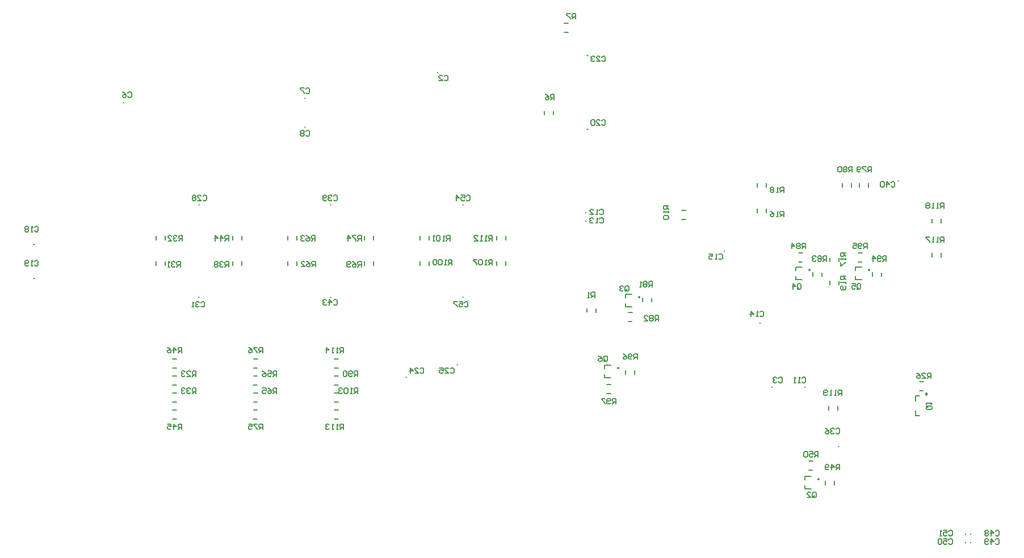
<source format=gbo>
%FSTAX25Y25*%
%MOIN*%
%SFA1B1*%

%IPPOS*%
%ADD10C,0.009840*%
%ADD11C,0.005910*%
%ADD12C,0.007870*%
%ADD13C,0.005000*%
%ADD14C,0.013780*%
%LNdigitalizador_rpi-1*%
%LPD*%
G54D10*
X0535787Y0126201D02*
X0535049Y0126627D01*
Y0125775*
X0535787Y0126201*
G54D11*
X0237913Y0216673D02*
Y0218937D01*
X0243229Y0216673D02*
Y0218839D01*
X0237913Y0201673D02*
Y0203937D01*
X0243229Y0201673D02*
Y0203838D01*
X0282913Y0201673D02*
Y0203937D01*
X0288229Y0201673D02*
Y0203838D01*
Y0216575D02*
Y0218839D01*
X0282913Y0216673D02*
Y0218839D01*
X0160413Y0201673D02*
Y0203937D01*
X0165728Y0201673D02*
Y0203838D01*
X0160414Y0216673D02*
Y0218937D01*
X0165728Y0216673D02*
Y0218839D01*
X0205414Y0201673D02*
Y0203937D01*
X0210729Y0201673D02*
Y0203838D01*
Y0216575D02*
Y0218839D01*
X0205414Y0216673D02*
Y0218839D01*
X0127913Y0201673D02*
Y0203937D01*
X0133229Y0201673D02*
Y0203838D01*
Y0216575D02*
Y0218839D01*
X0127913Y0216673D02*
Y0218839D01*
X0082914Y0201673D02*
Y0203937D01*
X0088228Y0201673D02*
Y0203838D01*
X0082914Y0216673D02*
Y0218937D01*
X0088228Y0216673D02*
Y0218839D01*
X053124Y0133228D02*
X0533504D01*
X053124Y0127913D02*
X0533405D01*
X0476161Y0072795D02*
Y0075059D01*
X0481476Y0072795D02*
Y0074961D01*
X0466299Y0086535D02*
X0468563D01*
X0466299Y0081221D02*
X0468465D01*
X0477914Y0116673D02*
Y0118839D01*
X0483228Y0116575D02*
Y0118839D01*
X0358662Y0137795D02*
Y0140059D01*
X0363977Y0137795D02*
Y0139961D01*
X0347736Y0131535D02*
X035D01*
X0347736Y0126221D02*
X0349902D01*
X0341476Y0174134D02*
Y0176398D01*
X0336161Y0174232D02*
Y0176398D01*
X0368661Y0180295D02*
Y0182559D01*
X0373976Y0180295D02*
Y0182461D01*
X0441476Y0232658D02*
Y0234921D01*
X0436161Y0232756D02*
Y0234921D01*
X0460236Y0209035D02*
X04625D01*
X0460236Y020372D02*
X0462402D01*
X0468661Y0195295D02*
Y0197559D01*
X0473977Y0195295D02*
Y0197461D01*
X0478661Y0203858D02*
Y0206122D01*
X0483977Y0203858D02*
Y0206024D01*
X0478661Y0190295D02*
Y0192559D01*
X0483977Y0190295D02*
Y0192461D01*
X0495236Y0209035D02*
X04975D01*
X0495236Y020372D02*
X0497402D01*
X0503661Y0195295D02*
Y0197559D01*
X0508977Y0195295D02*
Y0197461D01*
X0543976Y0206634D02*
Y0208898D01*
X0538661Y0206732D02*
Y0208898D01*
X0543976Y0226634D02*
Y0228898D01*
X0538661Y0226732D02*
Y0228898D01*
X0501476Y0247697D02*
Y0249961D01*
X0496162Y0247795D02*
Y0249961D01*
X0491476Y0247697D02*
Y0249961D01*
X0486162Y0247795D02*
Y0249961D01*
X0316476Y0290197D02*
Y029246D01*
X0311161Y0290295D02*
Y029246D01*
X032273Y033872D02*
X0324994D01*
X0322828Y0344035D02*
X0324994D01*
X0391673Y0234035D02*
X0393839D01*
X0391575Y022872D02*
X0393839D01*
X0436161Y0247795D02*
Y0249961D01*
X0441476Y0247697D02*
Y0249961D01*
X0360236Y016872D02*
X0362402D01*
X0360236Y0174036D02*
X03625D01*
X0187638Y0111221D02*
X0189901D01*
X0187736Y0116535D02*
X0189901D01*
X0187736Y0126535D02*
X019D01*
X0187736Y0121221D02*
X0189901D01*
X0187638Y013122D02*
X0189901D01*
X0187736Y0136535D02*
X0189901D01*
X0187736Y0146535D02*
X019D01*
X0187736Y014122D02*
X0189901D01*
X0140138Y0111221D02*
X0142402D01*
X0140236Y0116535D02*
X0142402D01*
X0140236Y0126535D02*
X01425D01*
X0140236Y0121221D02*
X0142402D01*
X0140138Y013122D02*
X0142402D01*
X0140236Y0136535D02*
X0142402D01*
X0140236Y0146535D02*
X01425D01*
X0140236Y014122D02*
X0142402D01*
X0092638Y0111221D02*
X0094902D01*
X0092736Y0116535D02*
X0094902D01*
X0092736Y0126535D02*
X0095D01*
X0092736Y0121221D02*
X0094902D01*
X0092638Y013122D02*
X0094902D01*
X0092736Y0136535D02*
X0094902D01*
X0092736Y0146535D02*
X0095D01*
X0092736Y014122D02*
X0094902D01*
X0170972Y028038D02*
X0171497Y0280905D01*
X0172546*
X0173071Y028038*
Y0278281*
X0172546Y0277756*
X0171497*
X0170972Y0278281*
X0169922Y028038D02*
X0169397Y0280905D01*
X0168348*
X0167823Y028038*
Y0279855*
X0168348Y027933*
X0167823Y0278805*
Y0278281*
X0168348Y0277756*
X0169397*
X0169922Y0278281*
Y0278805*
X0169397Y027933*
X0169922Y0279855*
Y028038*
X0169397Y027933D02*
X0168348D01*
X0170972Y030538D02*
X0171497Y0305905D01*
X0172546*
X0173071Y030538*
Y0303281*
X0172546Y0302756*
X0171497*
X0170972Y0303281*
X0169922Y0305905D02*
X0167823D01*
Y030538*
X0169922Y0303281*
Y0302756*
X0252222Y031288D02*
X0252747Y0313404D01*
X0253796*
X0254321Y031288*
Y0310781*
X0253796Y0310256*
X0252747*
X0252222Y0310781*
X0249073Y0310256D02*
X0251172D01*
X0249073Y0312355*
Y031288*
X0249598Y0313404*
X0250647*
X0251172Y031288*
X0413472Y020788D02*
X0413997Y0208404D01*
X0415046*
X0415571Y020788*
Y0205781*
X0415046Y0205256*
X0413997*
X0413472Y0205781*
X0412422Y0205256D02*
X0411373D01*
X0411898*
Y0208404*
X0412422Y020788*
X0407699Y0208404D02*
X0409798D01*
Y020683*
X0408749Y0207355*
X0408224*
X0407699Y020683*
Y0205781*
X0408224Y0205256*
X0409274*
X0409798Y0205781*
X0437572Y017418D02*
X0438097Y0174705D01*
X0439146*
X0439671Y017418*
Y0172081*
X0439146Y0171556*
X0438097*
X0437572Y0172081*
X0436522Y0171556D02*
X0435473D01*
X0435997*
Y0174705*
X0436522Y017418*
X0432324Y0171556D02*
Y0174705D01*
X0433898Y017313*
X0431799*
X0343472Y022913D02*
X0343997Y0229655D01*
X0345046*
X0345571Y022913*
Y0227031*
X0345046Y0226506*
X0343997*
X0343472Y0227031*
X0342422Y0226506D02*
X0341373D01*
X0341898*
Y0229655*
X0342422Y022913*
X0339798D02*
X0339274Y0229655D01*
X0338224*
X0337699Y022913*
Y0228605*
X0338224Y022808*
X0338749*
X0338224*
X0337699Y0227555*
Y0227031*
X0338224Y0226506*
X0339274*
X0339798Y0227031*
X0343472Y023413D02*
X0343997Y0234654D01*
X0345046*
X0345571Y023413*
Y0232031*
X0345046Y0231506*
X0343997*
X0343472Y0232031*
X0342422Y0231506D02*
X0341373D01*
X0341898*
Y0234654*
X0342422Y023413*
X0337699Y0231506D02*
X0339798D01*
X0337699Y0233605*
Y023413*
X0338224Y0234654*
X0339274*
X0339798Y023413*
X0462222Y013538D02*
X0462747Y0135905D01*
X0463796*
X0464321Y013538*
Y0133281*
X0463796Y0132756*
X0462747*
X0462222Y0133281*
X0461172Y0132756D02*
X0460123D01*
X0460647*
Y0135905*
X0461172Y013538*
X0458548Y0132756D02*
X0457499D01*
X0458024*
Y0135905*
X0458548Y013538*
X0448472D02*
X0448997Y0135905D01*
X0450046*
X0450571Y013538*
Y0133281*
X0450046Y0132756*
X0448997*
X0448472Y0133281*
X0447422Y013538D02*
X0446898Y0135905D01*
X0445848*
X0445323Y013538*
Y0134855*
X0445848Y013433*
X0446373*
X0445848*
X0445323Y0133805*
Y0133281*
X0445848Y0132756*
X0446898*
X0447422Y0133281*
X0485571Y0125256D02*
Y0128404D01*
X0483997*
X0483472Y012788*
Y012683*
X0483997Y0126305*
X0485571*
X0484521D02*
X0483472Y0125256D01*
X0482422D02*
X0481373D01*
X0481897*
Y0128404*
X0482422Y012788*
X0479798Y0125256D02*
X0478749D01*
X0479274*
Y0128404*
X0479798Y012788*
X0477175Y0125781D02*
X047665Y0125256D01*
X04756*
X0475076Y0125781*
Y012788*
X04756Y0128404*
X047665*
X0477175Y012788*
Y0127355*
X047665Y012683*
X0475076*
X0545571Y0235256D02*
Y0238404D01*
X0543997*
X0543472Y023788*
Y023683*
X0543997Y0236305*
X0545571*
X0544521D02*
X0543472Y0235256D01*
X0542422D02*
X0541373D01*
X0541897*
Y0238404*
X0542422Y023788*
X0539798Y0235256D02*
X0538749D01*
X0539274*
Y0238404*
X0539798Y023788*
X0537175D02*
X053665Y0238404D01*
X05356*
X0535076Y023788*
Y0237355*
X05356Y023683*
X0535076Y0236305*
Y0235781*
X05356Y0235256*
X053665*
X0537175Y0235781*
Y0236305*
X053665Y023683*
X0537175Y0237355*
Y023788*
X053665Y023683D02*
X05356D01*
X0545571Y0215256D02*
Y0218405D01*
X0543997*
X0543472Y021788*
Y021683*
X0543997Y0216305*
X0545571*
X0544521D02*
X0543472Y0215256D01*
X0542422D02*
X0541373D01*
X0541897*
Y0218405*
X0542422Y021788*
X0539798Y0215256D02*
X0538749D01*
X0539274*
Y0218405*
X0539798Y021788*
X0537175Y0218405D02*
X0535076D01*
Y021788*
X0537175Y0215781*
Y0215256*
X0383993Y0236678D02*
X0380844D01*
Y0235104*
X0381369Y0234579*
X0382419*
X0382943Y0235104*
Y0236678*
Y0235629D02*
X0383993Y0234579D01*
Y0233529D02*
Y023248D01*
Y0233005*
X0380844*
X0381369Y0233529*
Y0230906D02*
X0380844Y0230381D01*
Y0229331*
X0381369Y0228807*
X0383468*
X0383993Y0229331*
Y0230381*
X0383468Y0230906*
X0381369*
X0340571Y0182756D02*
Y0185905D01*
X0338997*
X0338472Y018538*
Y018433*
X0338997Y0183805*
X0340571*
X0339521D02*
X0338472Y0182756D01*
X0337422D02*
X0336373D01*
X0336897*
Y0185905*
X0337422Y018538*
X0548472Y004538D02*
X0548997Y0045904D01*
X0550046*
X0550571Y004538*
Y0043281*
X0550046Y0042756*
X0548997*
X0548472Y0043281*
X0545323Y0045904D02*
X0547422D01*
Y004433*
X0546373Y0044855*
X0545848*
X0545323Y004433*
Y0043281*
X0545848Y0042756*
X0546898*
X0547422Y0043281*
X0544274Y0042756D02*
X0543224D01*
X0543749*
Y0045904*
X0544274Y004538*
X0548472Y004038D02*
X0548997Y0040905D01*
X0550046*
X0550571Y004038*
Y0038281*
X0550046Y0037756*
X0548997*
X0548472Y0038281*
X0545323Y0040905D02*
X0547422D01*
Y003933*
X0546373Y0039855*
X0545848*
X0545323Y003933*
Y0038281*
X0545848Y0037756*
X0546898*
X0547422Y0038281*
X0544274Y004038D02*
X0543749Y0040905D01*
X0542699*
X0542175Y004038*
Y0038281*
X0542699Y0037756*
X0543749*
X0544274Y0038281*
Y004038*
X0575972D02*
X0576497Y0040905D01*
X0577546*
X0578071Y004038*
Y0038281*
X0577546Y0037756*
X0576497*
X0575972Y0038281*
X0573348Y0037756D02*
Y0040905D01*
X0574922Y003933*
X0572823*
X0571774Y0038281D02*
X0571249Y0037756D01*
X0570199*
X0569675Y0038281*
Y004038*
X0570199Y0040905*
X0571249*
X0571774Y004038*
Y0039855*
X0571249Y003933*
X0569675*
X0575972Y004538D02*
X0576497Y0045904D01*
X0577546*
X0578071Y004538*
Y0043281*
X0577546Y0042756*
X0576497*
X0575972Y0043281*
X0573348Y0042756D02*
Y0045904D01*
X0574922Y004433*
X0572823*
X0571774Y004538D02*
X0571249Y0045904D01*
X0570199*
X0569675Y004538*
Y0044855*
X0570199Y004433*
X0569675Y0043805*
Y0043281*
X0570199Y0042756*
X0571249*
X0571774Y0043281*
Y0043805*
X0571249Y004433*
X0571774Y0044855*
Y004538*
X0571249Y004433D02*
X0570199D01*
X0353071Y0120256D02*
Y0123405D01*
X0351497*
X0350972Y012288*
Y012183*
X0351497Y0121305*
X0353071*
X0352021D02*
X0350972Y0120256D01*
X0349922Y0120781D02*
X0349397Y0120256D01*
X0348348*
X0347823Y0120781*
Y012288*
X0348348Y0123405*
X0349397*
X0349922Y012288*
Y0122355*
X0349397Y012183*
X0347823*
X0346774Y0123405D02*
X0344675D01*
Y012288*
X0346774Y0120781*
Y0120256*
X0365571Y0146506D02*
Y0149654D01*
X0363997*
X0363472Y014913*
Y014808*
X0363997Y0147555*
X0365571*
X0364521D02*
X0363472Y0146506D01*
X0362422Y0147031D02*
X0361897Y0146506D01*
X0360848*
X0360323Y0147031*
Y014913*
X0360848Y0149654*
X0361897*
X0362422Y014913*
Y0148605*
X0361897Y014808*
X0360323*
X0357175Y0149654D02*
X0358224Y014913D01*
X0359274Y014808*
Y0147031*
X0358749Y0146506*
X0357699*
X0357175Y0147031*
Y0147555*
X0357699Y014808*
X0359274*
X0500571Y0211506D02*
Y0214654D01*
X0498997*
X0498472Y021413*
Y021308*
X0498997Y0212555*
X0500571*
X0499521D02*
X0498472Y0211506D01*
X0497422Y0212031D02*
X0496898Y0211506D01*
X0495848*
X0495323Y0212031*
Y021413*
X0495848Y0214654*
X0496898*
X0497422Y021413*
Y0213605*
X0496898Y021308*
X0495323*
X0492175Y0214654D02*
X0494274D01*
Y021308*
X0493224Y0213605*
X0492699*
X0492175Y021308*
Y0212031*
X0492699Y0211506*
X0493749*
X0494274Y0212031*
X0511821Y0204006D02*
Y0207154D01*
X0510247*
X0509722Y020663*
Y020558*
X0510247Y0205055*
X0511821*
X0510771D02*
X0509722Y0204006D01*
X0508672Y0204531D02*
X0508147Y0204006D01*
X0507098*
X0506573Y0204531*
Y020663*
X0507098Y0207154*
X0508147*
X0508672Y020663*
Y0206105*
X0508147Y020558*
X0506573*
X0503949Y0204006D02*
Y0207154D01*
X0505524Y020558*
X0503425*
X0464321Y0211506D02*
Y0214654D01*
X0462747*
X0462222Y021413*
Y021308*
X0462747Y0212555*
X0464321*
X0463271D02*
X0462222Y0211506D01*
X0461172Y021413D02*
X0460647Y0214654D01*
X0459598*
X0459073Y021413*
Y0213605*
X0459598Y021308*
X0459073Y0212555*
Y0212031*
X0459598Y0211506*
X0460647*
X0461172Y0212031*
Y0212555*
X0460647Y021308*
X0461172Y0213605*
Y021413*
X0460647Y021308D02*
X0459598D01*
X0456449Y0211506D02*
Y0214654D01*
X0458024Y021308*
X0455925*
X0476821Y0204006D02*
Y0207154D01*
X0475247*
X0474722Y020663*
Y020558*
X0475247Y0205055*
X0476821*
X0475771D02*
X0474722Y0204006D01*
X0473672Y020663D02*
X0473147Y0207154D01*
X0472098*
X0471573Y020663*
Y0206105*
X0472098Y020558*
X0471573Y0205055*
Y0204531*
X0472098Y0204006*
X0473147*
X0473672Y0204531*
Y0205055*
X0473147Y020558*
X0473672Y0206105*
Y020663*
X0473147Y020558D02*
X0472098D01*
X0470524Y020663D02*
X0469999Y0207154D01*
X0468949*
X0468425Y020663*
Y0206105*
X0468949Y020558*
X0469474*
X0468949*
X0468425Y0205055*
Y0204531*
X0468949Y0204006*
X0469999*
X0470524Y0204531*
X0378071Y0169006D02*
Y0172154D01*
X0376497*
X0375972Y017163*
Y017058*
X0376497Y0170055*
X0378071*
X0377021D02*
X0375972Y0169006D01*
X0374922Y017163D02*
X0374397Y0172154D01*
X0373348*
X0372823Y017163*
Y0171105*
X0373348Y017058*
X0372823Y0170055*
Y0169531*
X0373348Y0169006*
X0374397*
X0374922Y0169531*
Y0170055*
X0374397Y017058*
X0374922Y0171105*
Y017163*
X0374397Y017058D02*
X0373348D01*
X0369675Y0169006D02*
X0371774D01*
X0369675Y0171105*
Y017163*
X0370199Y0172154*
X0371249*
X0371774Y017163*
X0374321Y0189006D02*
Y0192155D01*
X0372747*
X0372222Y019163*
Y019058*
X0372747Y0190055*
X0374321*
X0373271D02*
X0372222Y0189006D01*
X0371172Y019163D02*
X0370648Y0192155D01*
X0369598*
X0369073Y019163*
Y0191105*
X0369598Y019058*
X0369073Y0190055*
Y0189531*
X0369598Y0189006*
X0370648*
X0371172Y0189531*
Y0190055*
X0370648Y019058*
X0371172Y0191105*
Y019163*
X0370648Y019058D02*
X0369598D01*
X0368024Y0189006D02*
X0366974D01*
X0367499*
Y0192155*
X0368024Y019163*
X0538071Y0135256D02*
Y0138405D01*
X0536497*
X0535972Y013788*
Y013683*
X0536497Y0136305*
X0538071*
X0537021D02*
X0535972Y0135256D01*
X0532823D02*
X0534922D01*
X0532823Y0137355*
Y013788*
X0533348Y0138405*
X0534398*
X0534922Y013788*
X0529675Y0138405D02*
X0530724Y013788D01*
X0531774Y013683*
Y0135781*
X0531249Y0135256*
X0530199*
X0529675Y0135781*
Y0136305*
X0530199Y013683*
X0531774*
X0488071Y0195256D02*
X0484922D01*
Y0193682*
X0485447Y0193157*
X0486497*
X0487021Y0193682*
Y0195256*
Y0194206D02*
X0488071Y0193157D01*
Y0192107D02*
Y0191058D01*
Y0191583*
X0484922*
X0485447Y0192107*
X0487546Y0189483D02*
X0488071Y0188959D01*
Y0187909*
X0487546Y0187384*
X0485447*
X0484922Y0187909*
Y0188959*
X0485447Y0189483*
X0485972*
X0486497Y0188959*
Y0187384*
X0451575Y0244488D02*
Y0247637D01*
X045*
X0449476Y0247112*
Y0246062*
X045Y0245538*
X0451575*
X0450525D02*
X0449476Y0244488D01*
X0448426D02*
X0447377D01*
X0447901*
Y0247637*
X0448426Y0247112*
X0445802D02*
X0445278Y0247637D01*
X0444228*
X0443703Y0247112*
Y0246587*
X0444228Y0246062*
X0443703Y0245538*
Y0245013*
X0444228Y0244488*
X0445278*
X0445802Y0245013*
Y0245538*
X0445278Y0246062*
X0445802Y0246587*
Y0247112*
X0445278Y0246062D02*
X0444228D01*
X0488071Y0209035D02*
X0484922D01*
Y0207461*
X0485447Y0206937*
X0486497*
X0487021Y0207461*
Y0209035*
Y0207986D02*
X0488071Y0206937D01*
Y0205887D02*
Y0204837D01*
Y0205362*
X0484922*
X0485447Y0205887*
X0484922Y0203263D02*
Y0201164D01*
X0485447*
X0487546Y0203263*
X0488071*
X0451575Y0230315D02*
Y0233464D01*
X045*
X0449476Y0232939*
Y0231889*
X045Y0231364*
X0451575*
X0450525D02*
X0449476Y0230315D01*
X0448426D02*
X0447377D01*
X0447901*
Y0233464*
X0448426Y0232939*
X0443703Y0233464D02*
X0444753Y0232939D01*
X0445802Y0231889*
Y023084*
X0445278Y0230315*
X0444228*
X0443703Y023084*
Y0231364*
X0444228Y0231889*
X0445802*
X0345972Y0145781D02*
Y014788D01*
X0346497Y0148405*
X0347546*
X0348071Y014788*
Y0145781*
X0347546Y0145256*
X0346497*
X0347021Y0146305D02*
X0345972Y0145256D01*
X0346497D02*
X0345972Y0145781D01*
X0342823Y0148405D02*
X0343873Y014788D01*
X0344922Y014683*
Y0145781*
X0344397Y0145256*
X0343348*
X0342823Y0145781*
Y0146305*
X0343348Y014683*
X0344922*
X0494722Y0188281D02*
Y019038D01*
X0495247Y0190904*
X0496296*
X0496821Y019038*
Y0188281*
X0496296Y0187756*
X0495247*
X0495771Y0188805D02*
X0494722Y0187756D01*
X0495247D02*
X0494722Y0188281D01*
X0491573Y0190904D02*
X0493672D01*
Y018933*
X0492623Y0189855*
X0492098*
X0491573Y018933*
Y0188281*
X0492098Y0187756*
X0493148*
X0493672Y0188281*
X0459722D02*
Y019038D01*
X0460247Y0190904*
X0461296*
X0461821Y019038*
Y0188281*
X0461296Y0187756*
X0460247*
X0460771Y0188805D02*
X0459722Y0187756D01*
X0460247D02*
X0459722Y0188281D01*
X0457098Y0187756D02*
Y0190904D01*
X0458672Y018933*
X0456573*
X0358472Y0187031D02*
Y018913D01*
X0358997Y0189655*
X0360046*
X0360571Y018913*
Y0187031*
X0360046Y0186506*
X0358997*
X0359521Y0187555D02*
X0358472Y0186506D01*
X0358997D02*
X0358472Y0187031D01*
X0357422Y018913D02*
X0356897Y0189655D01*
X0355848*
X0355323Y018913*
Y0188605*
X0355848Y018808*
X0356373*
X0355848*
X0355323Y0187555*
Y0187031*
X0355848Y0186506*
X0356897*
X0357422Y0187031*
X0535899Y0119041D02*
X0537998D01*
X0538522Y0118516*
Y0117467*
X0537998Y0116942*
X0535899*
X0535374Y0117467*
Y0118516*
X0536423Y0117991D02*
X0535374Y0119041D01*
Y0118516D02*
X0535899Y0119041D01*
X0535374Y012009D02*
Y012114D01*
Y0120615*
X0538522*
X0537998Y012009*
X0471821Y0089006D02*
Y0092155D01*
X0470247*
X0469722Y009163*
Y009058*
X0470247Y0090055*
X0471821*
X0470771D02*
X0469722Y0089006D01*
X0466573Y0092155D02*
X0468672D01*
Y009058*
X0467623Y0091105*
X0467098*
X0466573Y009058*
Y0089531*
X0467098Y0089006*
X0468148*
X0468672Y0089531*
X0465524Y009163D02*
X0464999Y0092155D01*
X0463949*
X0463425Y009163*
Y0089531*
X0463949Y0089006*
X0464999*
X0465524Y0089531*
Y009163*
X0484321Y0081506D02*
Y0084654D01*
X0482747*
X0482222Y008413*
Y008308*
X0482747Y0082555*
X0484321*
X0483271D02*
X0482222Y0081506D01*
X0479598D02*
Y0084654D01*
X0481172Y008308*
X0479073*
X0478024Y0082031D02*
X0477499Y0081506D01*
X0476449*
X0475925Y0082031*
Y008413*
X0476449Y0084654*
X0477499*
X0478024Y008413*
Y0083605*
X0477499Y008308*
X0475925*
X0468472Y0065781D02*
Y006788D01*
X0468997Y0068405*
X0470046*
X0470571Y006788*
Y0065781*
X0470046Y0065256*
X0468997*
X0469521Y0066305D02*
X0468472Y0065256D01*
X0468997D02*
X0468472Y0065781D01*
X0465323Y0065256D02*
X0467422D01*
X0465323Y0067355*
Y006788*
X0465848Y0068405*
X0466897*
X0467422Y006788*
X0482222Y010538D02*
X0482747Y0105904D01*
X0483796*
X0484321Y010538*
Y0103281*
X0483796Y0102756*
X0482747*
X0482222Y0103281*
X0481172Y010538D02*
X0480648Y0105904D01*
X0479598*
X0479073Y010538*
Y0104855*
X0479598Y010433*
X0480123*
X0479598*
X0479073Y0103805*
Y0103281*
X0479598Y0102756*
X0480648*
X0481172Y0103281*
X0475925Y0105904D02*
X0476974Y010538D01*
X0478024Y010433*
Y0103281*
X0477499Y0102756*
X0476449*
X0475925Y0103281*
Y0103805*
X0476449Y010433*
X0478024*
X0491821Y0256506D02*
Y0259654D01*
X0490247*
X0489722Y025913*
Y025808*
X0490247Y0257555*
X0491821*
X0490771D02*
X0489722Y0256506D01*
X0488672Y025913D02*
X0488147Y0259654D01*
X0487098*
X0486573Y025913*
Y0258605*
X0487098Y025808*
X0486573Y0257555*
Y0257031*
X0487098Y0256506*
X0488147*
X0488672Y0257031*
Y0257555*
X0488147Y025808*
X0488672Y0258605*
Y025913*
X0488147Y025808D02*
X0487098D01*
X0485524Y025913D02*
X0484999Y0259654D01*
X0483949*
X0483425Y025913*
Y0257031*
X0483949Y0256506*
X0484999*
X0485524Y0257031*
Y025913*
X0503071Y0256506D02*
Y0259654D01*
X0501497*
X0500972Y025913*
Y025808*
X0501497Y0257555*
X0503071*
X0502021D02*
X0500972Y0256506D01*
X0499922Y0259654D02*
X0497823D01*
Y025913*
X0499922Y0257031*
Y0256506*
X0496774Y0257031D02*
X0496249Y0256506D01*
X0495199*
X0494675Y0257031*
Y025913*
X0495199Y0259654*
X0496249*
X0496774Y025913*
Y0258605*
X0496249Y025808*
X0494675*
X0514722Y025038D02*
X0515247Y0250904D01*
X0516296*
X0516821Y025038*
Y0248281*
X0516296Y0247756*
X0515247*
X0514722Y0248281*
X0512098Y0247756D02*
Y0250904D01*
X0513672Y024933*
X0511573*
X0510524Y025038D02*
X0509999Y0250904D01*
X0508949*
X0508425Y025038*
Y0248281*
X0508949Y0247756*
X0509999*
X0510524Y0248281*
Y025038*
X006642Y0303002D02*
X0066945Y0303526D01*
X0067994*
X0068519Y0303002*
Y0300903*
X0067994Y0300378*
X0066945*
X006642Y0300903*
X0063271Y0303526D02*
X0064321Y0303002D01*
X006537Y0301952*
Y0300903*
X0064846Y0300378*
X0063796*
X0063271Y0300903*
Y0301428*
X0063796Y0301952*
X006537*
X0106319Y0126378D02*
Y0129526D01*
X0104745*
X010422Y0129002*
Y0127952*
X0104745Y0127427*
X0106319*
X0105269D02*
X010422Y0126378D01*
X010317Y0129002D02*
X0102646Y0129526D01*
X0101596*
X0101071Y0129002*
Y0128477*
X0101596Y0127952*
X0102121*
X0101596*
X0101071Y0127427*
Y0126903*
X0101596Y0126378*
X0102646*
X010317Y0126903*
X0100022Y0129002D02*
X0099497Y0129526D01*
X0098447*
X0097923Y0129002*
Y0128477*
X0098447Y0127952*
X0098972*
X0098447*
X0097923Y0127427*
Y0126903*
X0098447Y0126378*
X0099497*
X0100022Y0126903*
X0106319Y0136378D02*
Y0139526D01*
X0104745*
X010422Y0139002*
Y0137952*
X0104745Y0137427*
X0106319*
X0105269D02*
X010422Y0136378D01*
X0101071D02*
X010317D01*
X0101071Y0138477*
Y0139002*
X0101596Y0139526*
X0102646*
X010317Y0139002*
X0100022D02*
X0099497Y0139526D01*
X0098447*
X0097923Y0139002*
Y0138477*
X0098447Y0137952*
X0098972*
X0098447*
X0097923Y0137427*
Y0136903*
X0098447Y0136378*
X0099497*
X0100022Y0136903*
X0193071Y0150256D02*
Y0153404D01*
X0191497*
X0190972Y015288*
Y015183*
X0191497Y0151305*
X0193071*
X0192021D02*
X0190972Y0150256D01*
X0189922D02*
X0188873D01*
X0189398*
Y0153404*
X0189922Y015288*
X0187299Y0150256D02*
X0186249D01*
X0186774*
Y0153404*
X0187299Y015288*
X01831Y0150256D02*
Y0153404D01*
X0184675Y015183*
X0182576*
X0193071Y0105256D02*
Y0108405D01*
X0191497*
X0190972Y010788*
Y010683*
X0191497Y0106305*
X0193071*
X0192021D02*
X0190972Y0105256D01*
X0189922D02*
X0188873D01*
X0189398*
Y0108405*
X0189922Y010788*
X0187299Y0105256D02*
X0186249D01*
X0186774*
Y0108405*
X0187299Y010788*
X0184675D02*
X018415Y0108405D01*
X01831*
X0182576Y010788*
Y0107355*
X01831Y010683*
X0183625*
X01831*
X0182576Y0106305*
Y0105781*
X01831Y0105256*
X018415*
X0184675Y0105781*
X0280315Y0216142D02*
Y021929D01*
X0278741*
X0278216Y0218766*
Y0217716*
X0278741Y0217191*
X0280315*
X0279265D02*
X0278216Y0216142D01*
X0277166D02*
X0276117D01*
X0276642*
Y021929*
X0277166Y0218766*
X0274542Y0216142D02*
X0273493D01*
X0274018*
Y021929*
X0274542Y0218766*
X026982Y0216142D02*
X0271919D01*
X026982Y0218241*
Y0218766*
X0270344Y021929*
X0271394*
X0271919Y0218766*
X0280315Y0201969D02*
Y0205117D01*
X0278741*
X0278216Y0204592*
Y0203543*
X0278741Y0203018*
X0280315*
X0279265D02*
X0278216Y0201969D01*
X0277166D02*
X0276117D01*
X0276642*
Y0205117*
X0277166Y0204592*
X0274542D02*
X0274018Y0205117D01*
X0272968*
X0272444Y0204592*
Y0202493*
X0272968Y0201969*
X0274018*
X0274542Y0202493*
Y0204592*
X0271394Y0205117D02*
X0269295D01*
Y0204592*
X0271394Y0202493*
Y0201969*
X0201319Y0126378D02*
Y0129526D01*
X0199745*
X019922Y0129002*
Y0127952*
X0199745Y0127427*
X0201319*
X0200269D02*
X019922Y0126378D01*
X019817D02*
X0197121D01*
X0197645*
Y0129526*
X019817Y0129002*
X0195546D02*
X0195022Y0129526D01*
X0193972*
X0193447Y0129002*
Y0126903*
X0193972Y0126378*
X0195022*
X0195546Y0126903*
Y0129002*
X0192398D02*
X0191873Y0129526D01*
X0190824*
X0190299Y0129002*
Y0128477*
X0190824Y0127952*
X0191348*
X0190824*
X0190299Y0127427*
Y0126903*
X0190824Y0126378*
X0191873*
X0192398Y0126903*
X0255512Y0216142D02*
Y021929D01*
X0253938*
X0253413Y0218766*
Y0217716*
X0253938Y0217191*
X0255512*
X0254462D02*
X0253413Y0216142D01*
X0252363D02*
X0251314D01*
X0251838*
Y021929*
X0252363Y0218766*
X0249739D02*
X0249215Y021929D01*
X0248165*
X024764Y0218766*
Y0216667*
X0248165Y0216142*
X0249215*
X0249739Y0216667*
Y0218766*
X0246591Y0216142D02*
X0245541D01*
X0246066*
Y021929*
X0246591Y0218766*
X0256693Y0201969D02*
Y0205117D01*
X0255119*
X0254594Y0204592*
Y0203543*
X0255119Y0203018*
X0256693*
X0255643D02*
X0254594Y0201969D01*
X0253544D02*
X0252495D01*
X025302*
Y0205117*
X0253544Y0204592*
X0250921D02*
X0250396Y0205117D01*
X0249346*
X0248821Y0204592*
Y0202493*
X0249346Y0201969*
X0250396*
X0250921Y0202493*
Y0204592*
X0247772D02*
X0247247Y0205117D01*
X0246198*
X0245673Y0204592*
Y0202493*
X0246198Y0201969*
X0247247*
X0247772Y0202493*
Y0204592*
X0201319Y0136378D02*
Y0139526D01*
X0199745*
X019922Y0139002*
Y0137952*
X0199745Y0137427*
X0201319*
X0200269D02*
X019922Y0136378D01*
X019817Y0136903D02*
X0197645Y0136378D01*
X0196596*
X0196071Y0136903*
Y0139002*
X0196596Y0139526*
X0197645*
X019817Y0139002*
Y0138477*
X0197645Y0137952*
X0196071*
X0195022Y0139002D02*
X0194497Y0139526D01*
X0193447*
X0192923Y0139002*
Y0136903*
X0193447Y0136378*
X0194497*
X0195022Y0136903*
Y0139002*
X0145571Y0150256D02*
Y0153404D01*
X0143997*
X0143472Y015288*
Y015183*
X0143997Y0151305*
X0145571*
X0144521D02*
X0143472Y0150256D01*
X0142422Y0153404D02*
X0140323D01*
Y015288*
X0142422Y0150781*
Y0150256*
X0137175Y0153404D02*
X0138224Y015288D01*
X0139274Y015183*
Y0150781*
X0138749Y0150256*
X0137699*
X0137175Y0150781*
Y0151305*
X0137699Y015183*
X0139274*
X0145571Y0105256D02*
Y0108405D01*
X0143997*
X0143472Y010788*
Y010683*
X0143997Y0106305*
X0145571*
X0144521D02*
X0143472Y0105256D01*
X0142422Y0108405D02*
X0140323D01*
Y010788*
X0142422Y0105781*
Y0105256*
X0137175Y0108405D02*
X0139274D01*
Y010683*
X0138224Y0107355*
X0137699*
X0137175Y010683*
Y0105781*
X0137699Y0105256*
X0138749*
X0139274Y0105781*
X0203543Y0216142D02*
Y021929D01*
X0201969*
X0201444Y0218766*
Y0217716*
X0201969Y0217191*
X0203543*
X0202494D02*
X0201444Y0216142D01*
X0200395Y021929D02*
X0198296D01*
Y0218766*
X0200395Y0216667*
Y0216142*
X0195672D02*
Y021929D01*
X0197246Y0217716*
X0195147*
X0203543Y0200787D02*
Y0203936D01*
X0201969*
X0201444Y0203411*
Y0202362*
X0201969Y0201837*
X0203543*
X0202494D02*
X0201444Y0200787D01*
X0198296Y0203936D02*
X0199345Y0203411D01*
X0200395Y0202362*
Y0201312*
X019987Y0200787*
X019882*
X0198296Y0201312*
Y0201837*
X019882Y0202362*
X0200395*
X0197246Y0201312D02*
X0196721Y0200787D01*
X0195672*
X0195147Y0201312*
Y0203411*
X0195672Y0203936*
X0196721*
X0197246Y0203411*
Y0202887*
X0196721Y0202362*
X0195147*
X0153819Y0126378D02*
Y0129526D01*
X0152245*
X015172Y0129002*
Y0127952*
X0152245Y0127427*
X0153819*
X0152769D02*
X015172Y0126378D01*
X0148571Y0129526D02*
X0149621Y0129002D01*
X015067Y0127952*
Y0126903*
X0150145Y0126378*
X0149096*
X0148571Y0126903*
Y0127427*
X0149096Y0127952*
X015067*
X0145423Y0129526D02*
X0147522D01*
Y0127952*
X0146472Y0128477*
X0145947*
X0145423Y0127952*
Y0126903*
X0145947Y0126378*
X0146997*
X0147522Y0126903*
X0176378Y0216142D02*
Y021929D01*
X0174804*
X0174279Y0218766*
Y0217716*
X0174804Y0217191*
X0176378*
X0175328D02*
X0174279Y0216142D01*
X017113Y021929D02*
X017218Y0218766D01*
X0173229Y0217716*
Y0216667*
X0172705Y0216142*
X0171655*
X017113Y0216667*
Y0217191*
X0171655Y0217716*
X0173229*
X0170081Y0218766D02*
X0169556Y021929D01*
X0168507*
X0167982Y0218766*
Y0218241*
X0168507Y0217716*
X0169031*
X0168507*
X0167982Y0217191*
Y0216667*
X0168507Y0216142*
X0169556*
X0170081Y0216667*
X0176575Y0200935D02*
Y0204084D01*
X0175001*
X0174476Y0203559*
Y0202509*
X0175001Y0201985*
X0176575*
X0175525D02*
X0174476Y0200935D01*
X0171327Y0204084D02*
X0172377Y0203559D01*
X0173426Y0202509*
Y020146*
X0172901Y0200935*
X0171852*
X0171327Y020146*
Y0201985*
X0171852Y0202509*
X0173426*
X0168179Y0200935D02*
X0170278D01*
X0168179Y0203034*
Y0203559*
X0168703Y0204084*
X0169753*
X0170278Y0203559*
X0153819Y0136378D02*
Y0139526D01*
X0152245*
X015172Y0139002*
Y0137952*
X0152245Y0137427*
X0153819*
X0152769D02*
X015172Y0136378D01*
X0148571Y0139526D02*
X015067D01*
Y0137952*
X0149621Y0138477*
X0149096*
X0148571Y0137952*
Y0136903*
X0149096Y0136378*
X0150145*
X015067Y0136903*
X0145423Y0139526D02*
X0146472Y0139002D01*
X0147522Y0137952*
Y0136903*
X0146997Y0136378*
X0145947*
X0145423Y0136903*
Y0137427*
X0145947Y0137952*
X0147522*
X0098071Y0150256D02*
Y0153404D01*
X0096497*
X0095972Y015288*
Y015183*
X0096497Y0151305*
X0098071*
X0097021D02*
X0095972Y0150256D01*
X0093348D02*
Y0153404D01*
X0094922Y015183*
X0092823*
X0089675Y0153404D02*
X0090724Y015288D01*
X0091774Y015183*
Y0150781*
X0091249Y0150256*
X0090199*
X0089675Y0150781*
Y0151305*
X0090199Y015183*
X0091774*
X0098071Y0105256D02*
Y0108405D01*
X0096497*
X0095972Y010788*
Y010683*
X0096497Y0106305*
X0098071*
X0097021D02*
X0095972Y0105256D01*
X0093348D02*
Y0108405D01*
X0094922Y010683*
X0092823*
X0089675Y0108405D02*
X0091774D01*
Y010683*
X0090724Y0107355*
X0090199*
X0089675Y010683*
Y0105781*
X0090199Y0105256*
X0091249*
X0091774Y0105781*
X0125591Y0216142D02*
Y021929D01*
X0124016*
X0123492Y0218766*
Y0217716*
X0124016Y0217191*
X0125591*
X0124541D02*
X0123492Y0216142D01*
X0120868D02*
Y021929D01*
X0122442Y0217716*
X0120343*
X0117719Y0216142D02*
Y021929D01*
X0119293Y0217716*
X0117194*
X0125591Y0200787D02*
Y0203936D01*
X0124016*
X0123492Y0203411*
Y0202362*
X0124016Y0201837*
X0125591*
X0124541D02*
X0123492Y0200787D01*
X0122442Y0203411D02*
X0121917Y0203936D01*
X0120868*
X0120343Y0203411*
Y0202887*
X0120868Y0202362*
X0121392*
X0120868*
X0120343Y0201837*
Y0201312*
X0120868Y0200787*
X0121917*
X0122442Y0201312*
X0119293Y0203411D02*
X0118769Y0203936D01*
X0117719*
X0117194Y0203411*
Y0202887*
X0117719Y0202362*
X0117194Y0201837*
Y0201312*
X0117719Y0200787*
X0118769*
X0119293Y0201312*
Y0201837*
X0118769Y0202362*
X0119293Y0202887*
Y0203411*
X0118769Y0202362D02*
X0117719D01*
X0098425Y0216142D02*
Y021929D01*
X0096851*
X0096326Y0218766*
Y0217716*
X0096851Y0217191*
X0098425*
X0097376D02*
X0096326Y0216142D01*
X0095277Y0218766D02*
X0094752Y021929D01*
X0093702*
X0093177Y0218766*
Y0218241*
X0093702Y0217716*
X0094227*
X0093702*
X0093177Y0217191*
Y0216667*
X0093702Y0216142*
X0094752*
X0095277Y0216667*
X0090029Y0216142D02*
X0092128D01*
X0090029Y0218241*
Y0218766*
X0090554Y021929*
X0091603*
X0092128Y0218766*
X0097244Y0200787D02*
Y0203936D01*
X009567*
X0095145Y0203411*
Y0202362*
X009567Y0201837*
X0097244*
X0096195D02*
X0095145Y0200787D01*
X0094095Y0203411D02*
X0093571Y0203936D01*
X0092521*
X0091997Y0203411*
Y0202887*
X0092521Y0202362*
X0093046*
X0092521*
X0091997Y0201837*
Y0201312*
X0092521Y0200787*
X0093571*
X0094095Y0201312*
X0090947Y0200787D02*
X0089897D01*
X0090422*
Y0203936*
X0090947Y0203411*
X0329321Y0346506D02*
Y0349655D01*
X0327747*
X0327222Y034913*
Y034808*
X0327747Y0347555*
X0329321*
X0328271D02*
X0327222Y0346506D01*
X0326172Y0349655D02*
X0324073D01*
Y034913*
X0326172Y0347031*
Y0346506*
X0316821Y0299006D02*
Y0302154D01*
X0315247*
X0314722Y030163*
Y030058*
X0315247Y0300055*
X0316821*
X0315771D02*
X0314722Y0299006D01*
X0311573Y0302154D02*
X0312623Y030163D01*
X0313672Y030058*
Y0299531*
X0313147Y0299006*
X0312098*
X0311573Y0299531*
Y0300055*
X0312098Y030058*
X0313672*
X0264043Y0179789D02*
X0264567Y0180314D01*
X0265617*
X0266142Y0179789*
Y017769*
X0265617Y0177165*
X0264567*
X0264043Y017769*
X0260894Y0180314D02*
X0262993D01*
Y017874*
X0261944Y0179264*
X0261419*
X0260894Y017874*
Y017769*
X0261419Y0177165*
X0262468*
X0262993Y017769*
X0259845Y0180314D02*
X0257746D01*
Y0179789*
X0259845Y017769*
Y0177165*
X0265224Y0242388D02*
X0265749Y0242912D01*
X0266798*
X0267323Y0242388*
Y0240288*
X0266798Y0239764*
X0265749*
X0265224Y0240288*
X0262075Y0242912D02*
X0264174D01*
Y0241338*
X0263125Y0241863*
X02626*
X0262075Y0241338*
Y0240288*
X02626Y0239764*
X026365*
X0264174Y0240288*
X0259451Y0239764D02*
Y0242912D01*
X0261026Y0241338*
X0258927*
X0187271Y018097D02*
X0187796Y0181495D01*
X0188845*
X018937Y018097*
Y0178871*
X0188845Y0178347*
X0187796*
X0187271Y0178871*
X0184647Y0178347D02*
Y0181495D01*
X0186222Y0179921*
X0184122*
X0183073Y018097D02*
X0182548Y0181495D01*
X0181499*
X0180974Y018097*
Y0180446*
X0181499Y0179921*
X0182023*
X0181499*
X0180974Y0179396*
Y0178871*
X0181499Y0178347*
X0182548*
X0183073Y0178871*
X0187271Y0242388D02*
X0187796Y0242912D01*
X0188845*
X018937Y0242388*
Y0240288*
X0188845Y0239764*
X0187796*
X0187271Y0240288*
X0186222Y0242388D02*
X0185697Y0242912D01*
X0184647*
X0184122Y0242388*
Y0241863*
X0184647Y0241338*
X0185172*
X0184647*
X0184122Y0240813*
Y0240288*
X0184647Y0239764*
X0185697*
X0186222Y0240288*
X0183073D02*
X0182548Y0239764D01*
X0181499*
X0180974Y0240288*
Y0242388*
X0181499Y0242912*
X0182548*
X0183073Y0242388*
Y0241863*
X0182548Y0241338*
X0180974*
X0109318Y0179789D02*
X0109843Y0180314D01*
X0110893*
X0111417Y0179789*
Y017769*
X0110893Y0177165*
X0109843*
X0109318Y017769*
X0108269Y0179789D02*
X0107744Y0180314D01*
X0106694*
X010617Y0179789*
Y0179264*
X0106694Y017874*
X0107219*
X0106694*
X010617Y0178215*
Y017769*
X0106694Y0177165*
X0107744*
X0108269Y017769*
X010512Y0177165D02*
X0104071D01*
X0104595*
Y0180314*
X010512Y0179789*
X0110499Y0242388D02*
X0111024Y0242912D01*
X0112074*
X0112598Y0242388*
Y0240288*
X0112074Y0239764*
X0111024*
X0110499Y0240288*
X0107351Y0239764D02*
X010945D01*
X0107351Y0241863*
Y0242388*
X0107876Y0242912*
X0108925*
X010945Y0242388*
X0106301D02*
X0105777Y0242912D01*
X0104727*
X0104202Y0242388*
Y0241863*
X0104727Y0241338*
X0104202Y0240813*
Y0240288*
X0104727Y0239764*
X0105777*
X0106301Y0240288*
Y0240813*
X0105777Y0241338*
X0106301Y0241863*
Y0242388*
X0105777Y0241338D02*
X0104727D01*
X0255775Y0140813D02*
X02563Y0141338D01*
X0257349*
X0257874Y0140813*
Y0138714*
X0257349Y0138189*
X02563*
X0255775Y0138714*
X0252626Y0138189D02*
X0254725D01*
X0252626Y0140288*
Y0140813*
X0253151Y0141338*
X0254201*
X0254725Y0140813*
X0249478Y0141338D02*
X0251577D01*
Y0139763*
X0250527Y0140288*
X0250003*
X0249478Y0139763*
Y0138714*
X0250003Y0138189*
X0251052*
X0251577Y0138714*
X0238058Y0140813D02*
X0238583Y0141338D01*
X0239633*
X0240158Y0140813*
Y0138714*
X0239633Y0138189*
X0238583*
X0238058Y0138714*
X023491Y0138189D02*
X0237009D01*
X023491Y0140288*
Y0140813*
X0235435Y0141338*
X0236484*
X0237009Y0140813*
X0232286Y0138189D02*
Y0141338D01*
X023386Y0139763*
X0231761*
X0344722Y032413D02*
X0345247Y0324655D01*
X0346296*
X0346821Y032413*
Y0322031*
X0346296Y0321506*
X0345247*
X0344722Y0322031*
X0341573Y0321506D02*
X0343672D01*
X0341573Y0323605*
Y032413*
X0342098Y0324655*
X0343147*
X0343672Y032413*
X0340524D02*
X0339999Y0324655D01*
X0338949*
X0338425Y032413*
Y0323605*
X0338949Y032308*
X0339474*
X0338949*
X0338425Y0322555*
Y0322031*
X0338949Y0321506*
X0339999*
X0340524Y0322031*
X0344722Y028663D02*
X0345247Y0287155D01*
X0346296*
X0346821Y028663*
Y0284531*
X0346296Y0284006*
X0345247*
X0344722Y0284531*
X0341573Y0284006D02*
X0343672D01*
X0341573Y0286105*
Y028663*
X0342098Y0287155*
X0343147*
X0343672Y028663*
X0340524D02*
X0339999Y0287155D01*
X0338949*
X0338425Y028663*
Y0284531*
X0338949Y0284006*
X0339999*
X0340524Y0284531*
Y028663*
X001172Y0204002D02*
X0012245Y0204526D01*
X0013294*
X0013819Y0204002*
Y0201903*
X0013294Y0201378*
X0012245*
X001172Y0201903*
X001067Y0201378D02*
X0009621D01*
X0010146*
Y0204526*
X001067Y0204002*
X0008046Y0201903D02*
X0007522Y0201378D01*
X0006472*
X0005947Y0201903*
Y0204002*
X0006472Y0204526*
X0007522*
X0008046Y0204002*
Y0203477*
X0007522Y0202952*
X0005947*
X001172Y0224002D02*
X0012245Y0224527D01*
X0013294*
X0013819Y0224002*
Y0221903*
X0013294Y0221378*
X0012245*
X001172Y0221903*
X001067Y0221378D02*
X0009621D01*
X0010146*
Y0224527*
X001067Y0224002*
X0008046D02*
X0007522Y0224527D01*
X0006472*
X0005947Y0224002*
Y0223477*
X0006472Y0222952*
X0005947Y0222428*
Y0221903*
X0006472Y0221378*
X0007522*
X0008046Y0221903*
Y0222428*
X0007522Y0222952*
X0008046Y0223477*
Y0224002*
X0007522Y0222952D02*
X0006472D01*
G54D12*
X0561398Y0038681D02*
Y0039075D01*
Y0043681D02*
Y0044075D01*
X0558484Y0038681D02*
Y0039075D01*
Y0043681D02*
Y0044075D01*
X0528996Y012502D02*
X0531358D01*
X0528996Y012187D02*
Y012502D01*
Y0113209D02*
X0531358D01*
X0528996D02*
Y0116358D01*
X0483622Y0095335D02*
X0484016D01*
X0464114Y0130059D02*
Y0130453D01*
X0444528Y0130059D02*
Y0130453D01*
X0335236Y0232559D02*
Y0232953D01*
Y0227559D02*
Y0227953D01*
X0416614Y0210059D02*
Y0210453D01*
X0518622Y0251299D02*
X0519016D01*
X0336122Y0281713D02*
X0336516D01*
X0248406Y0315059D02*
Y0315453D01*
X0170374Y0282835D02*
X0170768D01*
X0170374Y0299921D02*
X0170768D01*
X0437736Y0167559D02*
Y0167953D01*
X0336122Y0324921D02*
X0336516D01*
X0063622Y0297421D02*
X0064016D01*
X0262874Y0237421D02*
X0263268D01*
X0262874Y018309D02*
X0263268D01*
X0185374Y0237421D02*
X0185768D01*
X0185374Y0183091D02*
X0185768D01*
X0107874Y0237421D02*
X0108268D01*
X0107874Y0183091D02*
X0108268D01*
X0259626Y0143208D02*
X026002D01*
X0229626Y0136121D02*
X023002D01*
X0011122Y0193957D02*
X0011516D01*
X0011122Y0213957D02*
X0011516D01*
G54D13*
X0346299Y0143051D02*
X0349941D01*
X0346299Y0135768D02*
X0349941D01*
X0346299Y0141083D02*
Y0143051D01*
Y0135768D02*
Y0137736D01*
X0358799Y0184488D02*
X0362441D01*
X0358799Y0177205D02*
X0362441D01*
X0358799Y018252D02*
Y0184488D01*
Y0177205D02*
Y0179173D01*
X0458799Y0200551D02*
X0462441D01*
X0458799Y0193268D02*
X0462441D01*
X0458799Y0198583D02*
Y0200551D01*
Y0193268D02*
Y0195236D01*
X0493799Y0200551D02*
X0497441D01*
X0493799Y0193268D02*
X0497441D01*
X0493799Y0198583D02*
Y0200551D01*
Y0193268D02*
Y0195236D01*
X0464153Y0070236D02*
Y0072205D01*
Y0075551D02*
Y007752D01*
Y0070236D02*
X0467795D01*
X0464153Y007752D02*
X0467795D01*
G54D14*
X0354184Y0141397D02*
X0354193Y0141387D01*
X0354184Y0141378*
X0354174Y0141387*
X0354184Y0141397*
X0366684Y0182834D02*
X0366693Y0182824D01*
X0366684Y0182815*
X0366674Y0182824*
X0366684Y0182834*
X0466684Y0198897D02*
X0466693Y0198887D01*
X0466684Y0198878*
X0466674Y0198887*
X0466684Y0198897*
X0501684D02*
X0501693Y0198887D01*
X0501684Y0198878*
X0501674Y0198887*
X0501684Y0198897*
X0472038Y0075865D02*
X0472047Y0075856D01*
X0472038Y0075846*
X0472028Y0075856*
X0472038Y0075865*
M02*
</source>
